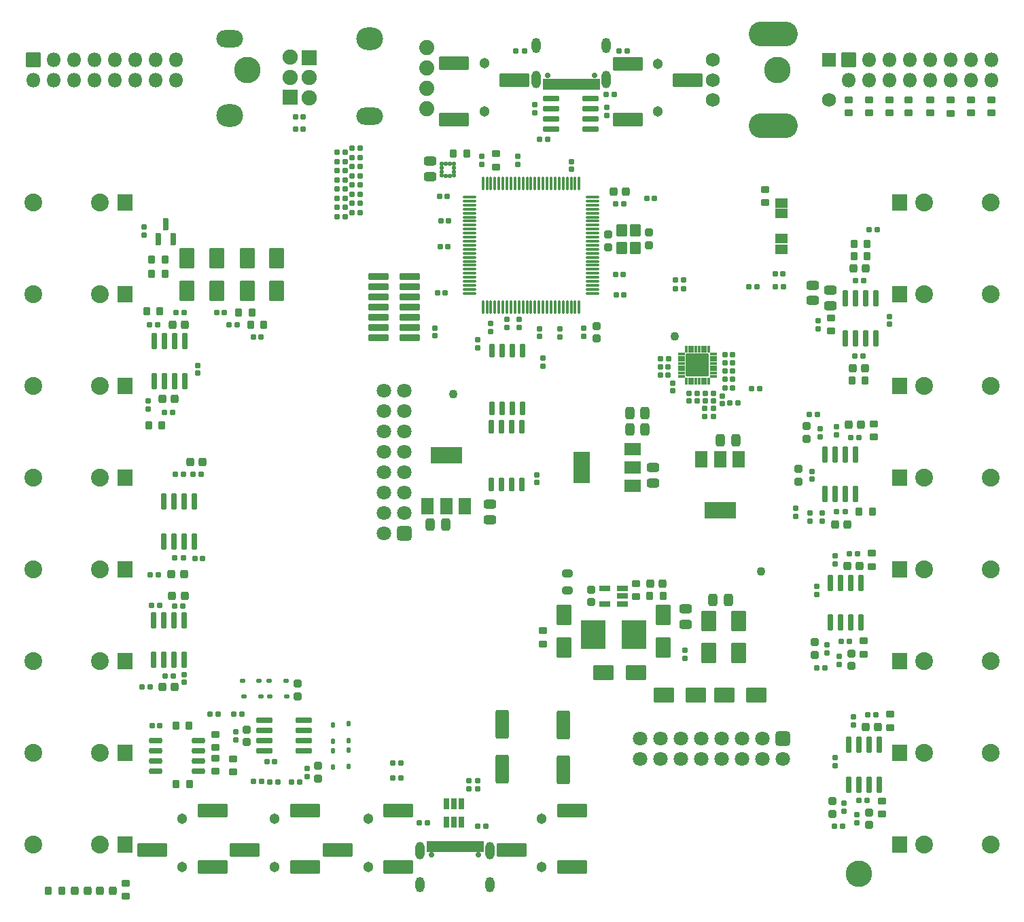
<source format=gbr>
%TF.GenerationSoftware,KiCad,Pcbnew,7.0.6*%
%TF.CreationDate,2024-06-29T14:20:42+02:00*%
%TF.ProjectId,plinkyblack_hwmidi_jacks,706c696e-6b79-4626-9c61-636b5f68776d,rev?*%
%TF.SameCoordinates,Original*%
%TF.FileFunction,Soldermask,Top*%
%TF.FilePolarity,Negative*%
%FSLAX46Y46*%
G04 Gerber Fmt 4.6, Leading zero omitted, Abs format (unit mm)*
G04 Created by KiCad (PCBNEW 7.0.6) date 2024-06-29 14:20:42*
%MOMM*%
%LPD*%
G01*
G04 APERTURE LIST*
G04 Aperture macros list*
%AMRoundRect*
0 Rectangle with rounded corners*
0 $1 Rounding radius*
0 $2 $3 $4 $5 $6 $7 $8 $9 X,Y pos of 4 corners*
0 Add a 4 corners polygon primitive as box body*
4,1,4,$2,$3,$4,$5,$6,$7,$8,$9,$2,$3,0*
0 Add four circle primitives for the rounded corners*
1,1,$1+$1,$2,$3*
1,1,$1+$1,$4,$5*
1,1,$1+$1,$6,$7*
1,1,$1+$1,$8,$9*
0 Add four rect primitives between the rounded corners*
20,1,$1+$1,$2,$3,$4,$5,0*
20,1,$1+$1,$4,$5,$6,$7,0*
20,1,$1+$1,$6,$7,$8,$9,0*
20,1,$1+$1,$8,$9,$2,$3,0*%
G04 Aperture macros list end*
%ADD10C,0.010000*%
%ADD11RoundRect,0.301000X0.250000X0.475000X-0.250000X0.475000X-0.250000X-0.475000X0.250000X-0.475000X0*%
%ADD12RoundRect,0.301000X-0.250000X-0.475000X0.250000X-0.475000X0.250000X0.475000X-0.250000X0.475000X0*%
%ADD13RoundRect,0.276000X-0.225000X-0.250000X0.225000X-0.250000X0.225000X0.250000X-0.225000X0.250000X0*%
%ADD14RoundRect,0.191000X-0.170000X0.140000X-0.170000X-0.140000X0.170000X-0.140000X0.170000X0.140000X0*%
%ADD15RoundRect,0.276000X0.225000X0.250000X-0.225000X0.250000X-0.225000X-0.250000X0.225000X-0.250000X0*%
%ADD16RoundRect,0.191000X0.140000X0.170000X-0.140000X0.170000X-0.140000X-0.170000X0.140000X-0.170000X0*%
%ADD17RoundRect,0.301000X-0.550000X1.500000X-0.550000X-1.500000X0.550000X-1.500000X0.550000X1.500000X0*%
%ADD18RoundRect,0.276000X0.250000X-0.225000X0.250000X0.225000X-0.250000X0.225000X-0.250000X-0.225000X0*%
%ADD19RoundRect,0.051000X0.915000X-0.965000X0.915000X0.965000X-0.915000X0.965000X-0.915000X-0.965000X0*%
%ADD20C,2.232000*%
%ADD21RoundRect,0.051000X-0.915000X0.965000X-0.915000X-0.965000X0.915000X-0.965000X0.915000X0.965000X0*%
%ADD22RoundRect,0.301000X-0.600000X0.600000X-0.600000X-0.600000X0.600000X-0.600000X0.600000X0.600000X0*%
%ADD23C,1.802000*%
%ADD24RoundRect,0.186000X-0.185000X0.135000X-0.185000X-0.135000X0.185000X-0.135000X0.185000X0.135000X0*%
%ADD25RoundRect,0.186000X-0.135000X-0.185000X0.135000X-0.185000X0.135000X0.185000X-0.135000X0.185000X0*%
%ADD26RoundRect,0.251000X0.275000X-0.200000X0.275000X0.200000X-0.275000X0.200000X-0.275000X-0.200000X0*%
%ADD27RoundRect,0.251000X0.200000X0.275000X-0.200000X0.275000X-0.200000X-0.275000X0.200000X-0.275000X0*%
%ADD28RoundRect,0.186000X0.135000X0.185000X-0.135000X0.185000X-0.135000X-0.185000X0.135000X-0.185000X0*%
%ADD29RoundRect,0.186000X0.185000X-0.135000X0.185000X0.135000X-0.185000X0.135000X-0.185000X-0.135000X0*%
%ADD30RoundRect,0.251000X-0.275000X0.200000X-0.275000X-0.200000X0.275000X-0.200000X0.275000X0.200000X0*%
%ADD31RoundRect,0.201000X-0.150000X0.825000X-0.150000X-0.825000X0.150000X-0.825000X0.150000X0.825000X0*%
%ADD32RoundRect,0.051000X0.750000X-1.000000X0.750000X1.000000X-0.750000X1.000000X-0.750000X-1.000000X0*%
%ADD33RoundRect,0.051000X1.900000X-1.000000X1.900000X1.000000X-1.900000X1.000000X-1.900000X-1.000000X0*%
%ADD34RoundRect,0.051000X-0.750000X1.000000X-0.750000X-1.000000X0.750000X-1.000000X0.750000X1.000000X0*%
%ADD35RoundRect,0.051000X-1.900000X1.000000X-1.900000X-1.000000X1.900000X-1.000000X1.900000X1.000000X0*%
%ADD36RoundRect,0.201000X0.150000X-0.825000X0.150000X0.825000X-0.150000X0.825000X-0.150000X-0.825000X0*%
%ADD37RoundRect,0.051000X0.850000X-0.850000X0.850000X0.850000X-0.850000X0.850000X-0.850000X-0.850000X0*%
%ADD38O,1.802000X1.802000*%
%ADD39RoundRect,0.191000X0.170000X-0.140000X0.170000X0.140000X-0.170000X0.140000X-0.170000X-0.140000X0*%
%ADD40O,3.342000X2.822000*%
%ADD41O,3.342001X2.134000*%
%ADD42RoundRect,0.051000X-0.900000X0.900000X-0.900000X-0.900000X0.900000X-0.900000X0.900000X0.900000X0*%
%ADD43C,1.902000*%
%ADD44RoundRect,0.191000X-0.140000X-0.170000X0.140000X-0.170000X0.140000X0.170000X-0.140000X0.170000X0*%
%ADD45RoundRect,0.301000X-0.475000X0.250000X-0.475000X-0.250000X0.475000X-0.250000X0.475000X0.250000X0*%
%ADD46RoundRect,0.276000X-0.250000X0.225000X-0.250000X-0.225000X0.250000X-0.225000X0.250000X0.225000X0*%
%ADD47RoundRect,0.051000X0.600000X-0.700000X0.600000X0.700000X-0.600000X0.700000X-0.600000X-0.700000X0*%
%ADD48RoundRect,0.201000X0.150000X-0.650000X0.150000X0.650000X-0.150000X0.650000X-0.150000X-0.650000X0*%
%ADD49RoundRect,0.126000X0.725000X0.075000X-0.725000X0.075000X-0.725000X-0.075000X0.725000X-0.075000X0*%
%ADD50RoundRect,0.126000X0.075000X0.725000X-0.075000X0.725000X-0.075000X-0.725000X0.075000X-0.725000X0*%
%ADD51RoundRect,0.051000X-1.200000X-0.370000X1.200000X-0.370000X1.200000X0.370000X-1.200000X0.370000X0*%
%ADD52RoundRect,0.269750X-0.381250X0.218750X-0.381250X-0.218750X0.381250X-0.218750X0.381250X0.218750X0*%
%ADD53RoundRect,0.301000X0.475000X-0.250000X0.475000X0.250000X-0.475000X0.250000X-0.475000X-0.250000X0*%
%ADD54RoundRect,0.301000X-0.650000X1.000000X-0.650000X-1.000000X0.650000X-1.000000X0.650000X1.000000X0*%
%ADD55RoundRect,0.301000X0.650000X-1.000000X0.650000X1.000000X-0.650000X1.000000X-0.650000X-1.000000X0*%
%ADD56RoundRect,0.051000X-1.500000X-1.750000X1.500000X-1.750000X1.500000X1.750000X-1.500000X1.750000X0*%
%ADD57RoundRect,0.201000X0.512500X0.150000X-0.512500X0.150000X-0.512500X-0.150000X0.512500X-0.150000X0*%
%ADD58RoundRect,0.201000X0.150000X-0.587500X0.150000X0.587500X-0.150000X0.587500X-0.150000X-0.587500X0*%
%ADD59RoundRect,0.201000X-0.150000X0.650000X-0.150000X-0.650000X0.150000X-0.650000X0.150000X0.650000X0*%
%ADD60RoundRect,0.051000X-0.750000X0.500000X-0.750000X-0.500000X0.750000X-0.500000X0.750000X0.500000X0*%
%ADD61RoundRect,0.301000X0.600000X0.600000X-0.600000X0.600000X-0.600000X-0.600000X0.600000X-0.600000X0*%
%ADD62C,1.880000*%
%ADD63RoundRect,0.051000X0.900000X-0.900000X0.900000X0.900000X-0.900000X0.900000X-0.900000X-0.900000X0*%
%ADD64RoundRect,0.201000X0.150000X-0.512500X0.150000X0.512500X-0.150000X0.512500X-0.150000X-0.512500X0*%
%ADD65RoundRect,0.251000X-0.200000X-0.275000X0.200000X-0.275000X0.200000X0.275000X-0.200000X0.275000X0*%
%ADD66C,3.302000*%
%ADD67RoundRect,0.051000X-0.825000X0.825000X-0.825000X-0.825000X0.825000X-0.825000X0.825000X0.825000X0*%
%ADD68C,1.752000*%
%ADD69O,6.102000X3.102000*%
%ADD70RoundRect,0.201000X0.825000X0.150000X-0.825000X0.150000X-0.825000X-0.150000X0.825000X-0.150000X0*%
%ADD71RoundRect,0.301000X-1.000000X-0.650000X1.000000X-0.650000X1.000000X0.650000X-1.000000X0.650000X0*%
%ADD72RoundRect,0.051000X0.187500X0.175000X-0.187500X0.175000X-0.187500X-0.175000X0.187500X-0.175000X0*%
%ADD73RoundRect,0.051000X-0.175000X0.187500X-0.175000X-0.187500X0.175000X-0.187500X0.175000X0.187500X0*%
%ADD74RoundRect,0.163500X-0.187500X-0.112500X0.187500X-0.112500X0.187500X0.112500X-0.187500X0.112500X0*%
%ADD75RoundRect,0.163500X0.187500X0.112500X-0.187500X0.112500X-0.187500X-0.112500X0.187500X-0.112500X0*%
%ADD76RoundRect,0.163500X0.112500X-0.187500X0.112500X0.187500X-0.112500X0.187500X-0.112500X-0.187500X0*%
%ADD77RoundRect,0.163500X-0.112500X0.187500X-0.112500X-0.187500X0.112500X-0.187500X0.112500X0.187500X0*%
%ADD78C,1.302000*%
%ADD79RoundRect,0.101600X1.750000X-0.750000X1.750000X0.750000X-1.750000X0.750000X-1.750000X-0.750000X0*%
%ADD80RoundRect,0.201000X0.625000X0.150000X-0.625000X0.150000X-0.625000X-0.150000X0.625000X-0.150000X0*%
%ADD81C,0.702000*%
%ADD82O,1.104000X2.204000*%
%ADD83O,1.104000X1.904000*%
%ADD84RoundRect,0.051000X1.000000X0.750000X-1.000000X0.750000X-1.000000X-0.750000X1.000000X-0.750000X0*%
%ADD85RoundRect,0.051000X1.000000X1.900000X-1.000000X1.900000X-1.000000X-1.900000X1.000000X-1.900000X0*%
%ADD86RoundRect,0.101600X-1.750000X0.750000X-1.750000X-0.750000X1.750000X-0.750000X1.750000X0.750000X0*%
%ADD87RoundRect,0.051000X0.400000X-0.100000X0.400000X0.100000X-0.400000X0.100000X-0.400000X-0.100000X0*%
%ADD88RoundRect,0.051000X-0.100000X-0.400000X0.100000X-0.400000X0.100000X0.400000X-0.100000X0.400000X0*%
%ADD89RoundRect,0.051000X-1.375000X-1.375000X1.375000X-1.375000X1.375000X1.375000X-1.375000X1.375000X0*%
%ADD90RoundRect,0.301000X1.000000X0.650000X-1.000000X0.650000X-1.000000X-0.650000X1.000000X-0.650000X0*%
%ADD91C,1.102000*%
%ADD92RoundRect,0.269750X0.218750X0.256250X-0.218750X0.256250X-0.218750X-0.256250X0.218750X-0.256250X0*%
%ADD93RoundRect,0.269750X-0.218750X-0.256250X0.218750X-0.256250X0.218750X0.256250X-0.218750X0.256250X0*%
G04 APERTURE END LIST*
%TO.C,U19*%
D10*
X87095928Y-32862273D02*
X86395928Y-32862273D01*
X86395928Y-31622273D01*
X87095928Y-31622273D01*
X87095928Y-32862273D01*
G36*
X87095928Y-32862273D02*
G01*
X86395928Y-32862273D01*
X86395928Y-31622273D01*
X87095928Y-31622273D01*
X87095928Y-32862273D01*
G37*
X86295928Y-32862273D02*
X85595928Y-32862273D01*
X85595928Y-31622273D01*
X86295928Y-31622273D01*
X86295928Y-32862273D01*
G36*
X86295928Y-32862273D02*
G01*
X85595928Y-32862273D01*
X85595928Y-31622273D01*
X86295928Y-31622273D01*
X86295928Y-32862273D01*
G37*
X85495928Y-32862273D02*
X85095928Y-32862273D01*
X85095928Y-31622273D01*
X85495928Y-31622273D01*
X85495928Y-32862273D01*
G36*
X85495928Y-32862273D02*
G01*
X85095928Y-32862273D01*
X85095928Y-31622273D01*
X85495928Y-31622273D01*
X85495928Y-32862273D01*
G37*
X84995928Y-32862273D02*
X84595928Y-32862273D01*
X84595928Y-31622273D01*
X84995928Y-31622273D01*
X84995928Y-32862273D01*
G36*
X84995928Y-32862273D02*
G01*
X84595928Y-32862273D01*
X84595928Y-31622273D01*
X84995928Y-31622273D01*
X84995928Y-32862273D01*
G37*
X84495928Y-32862273D02*
X84095928Y-32862273D01*
X84095928Y-31622273D01*
X84495928Y-31622273D01*
X84495928Y-32862273D01*
G36*
X84495928Y-32862273D02*
G01*
X84095928Y-32862273D01*
X84095928Y-31622273D01*
X84495928Y-31622273D01*
X84495928Y-32862273D01*
G37*
X83995928Y-32862273D02*
X83595928Y-32862273D01*
X83595928Y-31622273D01*
X83995928Y-31622273D01*
X83995928Y-32862273D01*
G36*
X83995928Y-32862273D02*
G01*
X83595928Y-32862273D01*
X83595928Y-31622273D01*
X83995928Y-31622273D01*
X83995928Y-32862273D01*
G37*
X83495928Y-32862273D02*
X83095928Y-32862273D01*
X83095928Y-31622273D01*
X83495928Y-31622273D01*
X83495928Y-32862273D01*
G36*
X83495928Y-32862273D02*
G01*
X83095928Y-32862273D01*
X83095928Y-31622273D01*
X83495928Y-31622273D01*
X83495928Y-32862273D01*
G37*
X82995928Y-32862273D02*
X82595928Y-32862273D01*
X82595928Y-31622273D01*
X82995928Y-31622273D01*
X82995928Y-32862273D01*
G36*
X82995928Y-32862273D02*
G01*
X82595928Y-32862273D01*
X82595928Y-31622273D01*
X82995928Y-31622273D01*
X82995928Y-32862273D01*
G37*
X82495928Y-32862273D02*
X82095928Y-32862273D01*
X82095928Y-31622273D01*
X82495928Y-31622273D01*
X82495928Y-32862273D01*
G36*
X82495928Y-32862273D02*
G01*
X82095928Y-32862273D01*
X82095928Y-31622273D01*
X82495928Y-31622273D01*
X82495928Y-32862273D01*
G37*
X81995928Y-32862273D02*
X81595928Y-32862273D01*
X81595928Y-31622273D01*
X81995928Y-31622273D01*
X81995928Y-32862273D01*
G36*
X81995928Y-32862273D02*
G01*
X81595928Y-32862273D01*
X81595928Y-31622273D01*
X81995928Y-31622273D01*
X81995928Y-32862273D01*
G37*
X81495928Y-32862273D02*
X80795928Y-32862273D01*
X80795928Y-31622273D01*
X81495928Y-31622273D01*
X81495928Y-32862273D01*
G36*
X81495928Y-32862273D02*
G01*
X80795928Y-32862273D01*
X80795928Y-31622273D01*
X81495928Y-31622273D01*
X81495928Y-32862273D01*
G37*
X80695928Y-32862273D02*
X79995928Y-32862273D01*
X79995928Y-31622273D01*
X80695928Y-31622273D01*
X80695928Y-32862273D01*
G36*
X80695928Y-32862273D02*
G01*
X79995928Y-32862273D01*
X79995928Y-31622273D01*
X80695928Y-31622273D01*
X80695928Y-32862273D01*
G37*
%TO.C,U20*%
X66221311Y-127874022D02*
X65521311Y-127874022D01*
X65521311Y-126634022D01*
X66221311Y-126634022D01*
X66221311Y-127874022D01*
G36*
X66221311Y-127874022D02*
G01*
X65521311Y-127874022D01*
X65521311Y-126634022D01*
X66221311Y-126634022D01*
X66221311Y-127874022D01*
G37*
X67021311Y-127874022D02*
X66321311Y-127874022D01*
X66321311Y-126634022D01*
X67021311Y-126634022D01*
X67021311Y-127874022D01*
G36*
X67021311Y-127874022D02*
G01*
X66321311Y-127874022D01*
X66321311Y-126634022D01*
X67021311Y-126634022D01*
X67021311Y-127874022D01*
G37*
X67521311Y-127874022D02*
X67121311Y-127874022D01*
X67121311Y-126634022D01*
X67521311Y-126634022D01*
X67521311Y-127874022D01*
G36*
X67521311Y-127874022D02*
G01*
X67121311Y-127874022D01*
X67121311Y-126634022D01*
X67521311Y-126634022D01*
X67521311Y-127874022D01*
G37*
X68021311Y-127874022D02*
X67621311Y-127874022D01*
X67621311Y-126634022D01*
X68021311Y-126634022D01*
X68021311Y-127874022D01*
G36*
X68021311Y-127874022D02*
G01*
X67621311Y-127874022D01*
X67621311Y-126634022D01*
X68021311Y-126634022D01*
X68021311Y-127874022D01*
G37*
X68521311Y-127874022D02*
X68121311Y-127874022D01*
X68121311Y-126634022D01*
X68521311Y-126634022D01*
X68521311Y-127874022D01*
G36*
X68521311Y-127874022D02*
G01*
X68121311Y-127874022D01*
X68121311Y-126634022D01*
X68521311Y-126634022D01*
X68521311Y-127874022D01*
G37*
X69021311Y-127874022D02*
X68621311Y-127874022D01*
X68621311Y-126634022D01*
X69021311Y-126634022D01*
X69021311Y-127874022D01*
G36*
X69021311Y-127874022D02*
G01*
X68621311Y-127874022D01*
X68621311Y-126634022D01*
X69021311Y-126634022D01*
X69021311Y-127874022D01*
G37*
X69521311Y-127874022D02*
X69121311Y-127874022D01*
X69121311Y-126634022D01*
X69521311Y-126634022D01*
X69521311Y-127874022D01*
G36*
X69521311Y-127874022D02*
G01*
X69121311Y-127874022D01*
X69121311Y-126634022D01*
X69521311Y-126634022D01*
X69521311Y-127874022D01*
G37*
X70021311Y-127874022D02*
X69621311Y-127874022D01*
X69621311Y-126634022D01*
X70021311Y-126634022D01*
X70021311Y-127874022D01*
G36*
X70021311Y-127874022D02*
G01*
X69621311Y-127874022D01*
X69621311Y-126634022D01*
X70021311Y-126634022D01*
X70021311Y-127874022D01*
G37*
X70521311Y-127874022D02*
X70121311Y-127874022D01*
X70121311Y-126634022D01*
X70521311Y-126634022D01*
X70521311Y-127874022D01*
G36*
X70521311Y-127874022D02*
G01*
X70121311Y-127874022D01*
X70121311Y-126634022D01*
X70521311Y-126634022D01*
X70521311Y-127874022D01*
G37*
X71021311Y-127874022D02*
X70621311Y-127874022D01*
X70621311Y-126634022D01*
X71021311Y-126634022D01*
X71021311Y-127874022D01*
G36*
X71021311Y-127874022D02*
G01*
X70621311Y-127874022D01*
X70621311Y-126634022D01*
X71021311Y-126634022D01*
X71021311Y-127874022D01*
G37*
X71821311Y-127874022D02*
X71121311Y-127874022D01*
X71121311Y-126634022D01*
X71821311Y-126634022D01*
X71821311Y-127874022D01*
G36*
X71821311Y-127874022D02*
G01*
X71121311Y-127874022D01*
X71121311Y-126634022D01*
X71821311Y-126634022D01*
X71821311Y-127874022D01*
G37*
X72621311Y-127874022D02*
X71921311Y-127874022D01*
X71921311Y-126634022D01*
X72621311Y-126634022D01*
X72621311Y-127874022D01*
G36*
X72621311Y-127874022D02*
G01*
X71921311Y-127874022D01*
X71921311Y-126634022D01*
X72621311Y-126634022D01*
X72621311Y-127874022D01*
G37*
%TD*%
D11*
%TO.C,C9*%
X67904400Y-87147400D03*
X66004400Y-87147400D03*
%TD*%
D12*
%TO.C,C10*%
X102161300Y-76619100D03*
X104061300Y-76619100D03*
%TD*%
D13*
%TO.C,C20*%
X118605000Y-67691000D03*
X120155000Y-67691000D03*
%TD*%
%TO.C,C21*%
X118732000Y-55245000D03*
X120282000Y-55245000D03*
%TD*%
D14*
%TO.C,C25*%
X114173000Y-94897000D03*
X114173000Y-95857000D03*
%TD*%
D15*
%TO.C,C38*%
X37619519Y-79408918D03*
X36069519Y-79408918D03*
%TD*%
%TO.C,C39*%
X35300081Y-93377518D03*
X33750081Y-93377518D03*
%TD*%
D16*
%TO.C,C40*%
X37610793Y-91356981D03*
X36650793Y-91356981D03*
%TD*%
D17*
%TO.C,C43*%
X74930000Y-112008000D03*
X74930000Y-117608000D03*
%TD*%
D18*
%TO.C,C44*%
X116078000Y-123203000D03*
X116078000Y-121653000D03*
%TD*%
%TO.C,C45*%
X113919000Y-103391000D03*
X113919000Y-101841000D03*
%TD*%
%TO.C,C47*%
X118491000Y-104788000D03*
X118491000Y-103238000D03*
%TD*%
D14*
%TO.C,C50*%
X116459000Y-116233000D03*
X116459000Y-117193000D03*
%TD*%
D19*
%TO.C,J4*%
X27940000Y-115570000D03*
D20*
X16540000Y-115570000D03*
X24840000Y-115570000D03*
%TD*%
D21*
%TO.C,J6*%
X124460000Y-46990000D03*
D20*
X135860000Y-46990000D03*
X127560000Y-46990000D03*
%TD*%
D21*
%TO.C,J7*%
X124460000Y-58420000D03*
D20*
X135860000Y-58420000D03*
X127560000Y-58420000D03*
%TD*%
D19*
%TO.C,J8*%
X27940000Y-81280000D03*
D20*
X16540000Y-81280000D03*
X24840000Y-81280000D03*
%TD*%
D19*
%TO.C,J9*%
X27940000Y-92710000D03*
D20*
X16540000Y-92710000D03*
X24840000Y-92710000D03*
%TD*%
D21*
%TO.C,J15*%
X124460000Y-104140000D03*
D20*
X135860000Y-104140000D03*
X127560000Y-104140000D03*
%TD*%
D21*
%TO.C,J17*%
X124460000Y-92710000D03*
D20*
X135860000Y-92710000D03*
X127560000Y-92710000D03*
%TD*%
D22*
%TO.C,JP1*%
X109918500Y-113792000D03*
D23*
X109918500Y-116332000D03*
X107378500Y-113792000D03*
X107378500Y-116332000D03*
X104838500Y-113792000D03*
X104838500Y-116332000D03*
X102298500Y-113792000D03*
X102298500Y-116332000D03*
X99758500Y-113792000D03*
X99758500Y-116332000D03*
X97218500Y-113792000D03*
X97218500Y-116332000D03*
X94678500Y-113792000D03*
X94678500Y-116332000D03*
X92138500Y-113792000D03*
X92138500Y-116332000D03*
%TD*%
D24*
%TO.C,R14*%
X114300000Y-61720000D03*
X114300000Y-62740000D03*
%TD*%
D25*
%TO.C,R15*%
X120648000Y-50419000D03*
X121668000Y-50419000D03*
%TD*%
D26*
%TO.C,R16*%
X115951000Y-63055000D03*
X115951000Y-61405000D03*
%TD*%
D25*
%TO.C,R18*%
X118870000Y-66167000D03*
X119890000Y-66167000D03*
%TD*%
%TO.C,R19*%
X118972000Y-56769000D03*
X119992000Y-56769000D03*
%TD*%
D27*
%TO.C,R20*%
X120205000Y-69215000D03*
X118555000Y-69215000D03*
%TD*%
D28*
%TO.C,R26*%
X35272794Y-80892769D03*
X34252794Y-80892769D03*
%TD*%
%TO.C,R27*%
X32073622Y-93463835D03*
X31053622Y-93463835D03*
%TD*%
%TO.C,R30*%
X37418947Y-80890763D03*
X36398947Y-80890763D03*
%TD*%
%TO.C,R31*%
X35202516Y-91312482D03*
X34182516Y-91312482D03*
%TD*%
D24*
%TO.C,R33*%
X70776374Y-119067312D03*
X70776374Y-120087312D03*
%TD*%
%TO.C,R42*%
X117551000Y-121893000D03*
X117551000Y-122913000D03*
%TD*%
D28*
%TO.C,R43*%
X115191000Y-105029000D03*
X114171000Y-105029000D03*
%TD*%
%TO.C,R44*%
X117350000Y-124714000D03*
X116330000Y-124714000D03*
%TD*%
D25*
%TO.C,R45*%
X119429000Y-121539000D03*
X120449000Y-121539000D03*
%TD*%
D24*
%TO.C,R46*%
X115443000Y-102106000D03*
X115443000Y-103126000D03*
%TD*%
D25*
%TO.C,R47*%
X117219000Y-101727000D03*
X118239000Y-101727000D03*
%TD*%
D29*
%TO.C,R48*%
X118745000Y-112143000D03*
X118745000Y-111123000D03*
%TD*%
%TO.C,R49*%
X116459000Y-92077000D03*
X116459000Y-91057000D03*
%TD*%
D28*
%TO.C,R50*%
X121541000Y-110871000D03*
X120521000Y-110871000D03*
%TD*%
D26*
%TO.C,R52*%
X122301000Y-123253000D03*
X122301000Y-121603000D03*
%TD*%
%TO.C,R53*%
X120015000Y-103314000D03*
X120015000Y-101664000D03*
%TD*%
D30*
%TO.C,R54*%
X123317000Y-110808000D03*
X123317000Y-112458000D03*
%TD*%
%TO.C,R55*%
X121031000Y-90716500D03*
X121031000Y-92366500D03*
%TD*%
D31*
%TO.C,U1*%
X36601834Y-84293010D03*
X35331834Y-84293010D03*
X34061834Y-84293010D03*
X32791834Y-84293010D03*
X32791834Y-89243010D03*
X34061834Y-89243010D03*
X35331834Y-89243010D03*
X36601834Y-89243010D03*
%TD*%
D32*
%TO.C,U2*%
X65670400Y-84836400D03*
X67970400Y-84836400D03*
D33*
X67970400Y-78536400D03*
D32*
X70270400Y-84836400D03*
%TD*%
D34*
%TO.C,U3*%
X104395300Y-79057100D03*
X102095300Y-79057100D03*
D35*
X102095300Y-85357100D03*
D34*
X99795300Y-79057100D03*
%TD*%
D36*
%TO.C,U5*%
X117729000Y-63943000D03*
X118999000Y-63943000D03*
X120269000Y-63943000D03*
X121539000Y-63943000D03*
X121539000Y-58993000D03*
X120269000Y-58993000D03*
X118999000Y-58993000D03*
X117729000Y-58993000D03*
%TD*%
D31*
%TO.C,U10*%
X119634000Y-94426000D03*
X118364000Y-94426000D03*
X117094000Y-94426000D03*
X115824000Y-94426000D03*
X115824000Y-99376000D03*
X117094000Y-99376000D03*
X118364000Y-99376000D03*
X119634000Y-99376000D03*
%TD*%
%TO.C,U11*%
X121920000Y-114619000D03*
X120650000Y-114619000D03*
X119380000Y-114619000D03*
X118110000Y-114619000D03*
X118110000Y-119569000D03*
X119380000Y-119569000D03*
X120650000Y-119569000D03*
X121920000Y-119569000D03*
%TD*%
D37*
%TO.C,J12*%
X118110000Y-29210000D03*
D38*
X118110000Y-31750000D03*
X120650000Y-29210000D03*
X120650000Y-31750000D03*
X123190000Y-29210000D03*
X123190000Y-31750000D03*
X125730000Y-29210000D03*
X125730000Y-31750000D03*
X128270000Y-29210000D03*
X128270000Y-31750000D03*
X130810000Y-29210000D03*
X130810000Y-31750000D03*
X133350000Y-29210000D03*
X133350000Y-31750000D03*
X135890000Y-29210000D03*
X135890000Y-31750000D03*
%TD*%
D19*
%TO.C,J3*%
X27940000Y-104140000D03*
D20*
X16540000Y-104140000D03*
X24840000Y-104140000D03*
%TD*%
D21*
%TO.C,J14*%
X124460000Y-127000000D03*
D20*
X135860000Y-127000000D03*
X127560000Y-127000000D03*
%TD*%
D15*
%TO.C,C48*%
X121806000Y-112395000D03*
X120256000Y-112395000D03*
%TD*%
D39*
%TO.C,C51*%
X123190000Y-62202000D03*
X123190000Y-61242000D03*
%TD*%
D40*
%TO.C,RV1*%
X41014000Y-36209000D03*
D41*
X41014000Y-26609000D03*
D42*
X48514000Y-33909000D03*
D43*
X48514000Y-31409000D03*
X48514000Y-28909000D03*
%TD*%
D26*
%TO.C,R58*%
X118110000Y-35877000D03*
X118110000Y-34227000D03*
%TD*%
%TO.C,R59*%
X120650000Y-35877000D03*
X120650000Y-34227000D03*
%TD*%
%TO.C,R60*%
X123190000Y-35877000D03*
X123190000Y-34227000D03*
%TD*%
%TO.C,R61*%
X125603000Y-35877000D03*
X125603000Y-34227000D03*
%TD*%
%TO.C,R62*%
X128270000Y-35877000D03*
X128270000Y-34227000D03*
%TD*%
%TO.C,R63*%
X130810000Y-35902000D03*
X130810000Y-34252000D03*
%TD*%
%TO.C,R64*%
X133350000Y-35877000D03*
X133350000Y-34227000D03*
%TD*%
%TO.C,R65*%
X135890000Y-35877000D03*
X135890000Y-34227000D03*
%TD*%
D28*
%TO.C,R12*%
X33938107Y-105996078D03*
X32918107Y-105996078D03*
%TD*%
%TO.C,R11*%
X35157191Y-97358739D03*
X34137191Y-97358739D03*
%TD*%
%TO.C,R5*%
X31084932Y-107396728D03*
X30064932Y-107396728D03*
%TD*%
%TO.C,R4*%
X32252140Y-97229049D03*
X31232140Y-97229049D03*
%TD*%
D15*
%TO.C,C8*%
X34151231Y-107422665D03*
X32601231Y-107422665D03*
%TD*%
%TO.C,C7*%
X35396253Y-96087779D03*
X33846253Y-96087779D03*
%TD*%
D39*
%TO.C,C1*%
X35357394Y-106835759D03*
X35357394Y-105875759D03*
%TD*%
D31*
%TO.C,U9*%
X35359045Y-99085688D03*
X34089045Y-99085688D03*
X32819045Y-99085688D03*
X31549045Y-99085688D03*
X31549045Y-104035688D03*
X32819045Y-104035688D03*
X34089045Y-104035688D03*
X35359045Y-104035688D03*
%TD*%
D29*
%TO.C,R66*%
X119126000Y-124335000D03*
X119126000Y-123315000D03*
%TD*%
%TO.C,R67*%
X116967000Y-104586500D03*
X116967000Y-103566500D03*
%TD*%
D18*
%TO.C,C46*%
X120650000Y-124600000D03*
X120650000Y-123050000D03*
%TD*%
D44*
%TO.C,C34*%
X92992000Y-46482000D03*
X93952000Y-46482000D03*
%TD*%
D19*
%TO.C,J10*%
X27940000Y-127000000D03*
D20*
X16540000Y-127000000D03*
X24840000Y-127000000D03*
%TD*%
D19*
%TO.C,J11*%
X27940000Y-46990000D03*
D20*
X16540000Y-46990000D03*
X24840000Y-46990000D03*
%TD*%
D21*
%TO.C,J22*%
X124460000Y-69850000D03*
D20*
X135860000Y-69850000D03*
X127560000Y-69850000D03*
%TD*%
D21*
%TO.C,J23*%
X124460000Y-81280000D03*
D20*
X135860000Y-81280000D03*
X127560000Y-81280000D03*
%TD*%
D27*
%TO.C,R24*%
X45275000Y-62230000D03*
X43625000Y-62230000D03*
%TD*%
D28*
%TO.C,R28*%
X41912000Y-62230000D03*
X40892000Y-62230000D03*
%TD*%
D27*
%TO.C,R29*%
X43776400Y-60706000D03*
X42126400Y-60706000D03*
%TD*%
D28*
%TO.C,R35*%
X97538000Y-56642000D03*
X96518000Y-56642000D03*
%TD*%
D30*
%TO.C,R91*%
X121285000Y-74613000D03*
X121285000Y-76263000D03*
%TD*%
D21*
%TO.C,J16*%
X124460000Y-115570000D03*
D20*
X135860000Y-115570000D03*
X127560000Y-115570000D03*
%TD*%
D17*
%TO.C,C42*%
X82550000Y-112135000D03*
X82550000Y-117735000D03*
%TD*%
D28*
%TO.C,R22*%
X39551201Y-110771003D03*
X38531201Y-110771003D03*
%TD*%
D11*
%TO.C,C26*%
X92771000Y-75311000D03*
X90871000Y-75311000D03*
%TD*%
%TO.C,C30*%
X92771000Y-73279000D03*
X90871000Y-73279000D03*
%TD*%
D45*
%TO.C,C2*%
X73406000Y-84648000D03*
X73406000Y-86548000D03*
%TD*%
D18*
%TO.C,C15*%
X49445233Y-108542946D03*
X49445233Y-106992946D03*
%TD*%
D44*
%TO.C,C35*%
X39398000Y-60706000D03*
X40358000Y-60706000D03*
%TD*%
D13*
%TO.C,C62*%
X118097000Y-74739500D03*
X119647000Y-74739500D03*
%TD*%
D37*
%TO.C,J13*%
X16510000Y-29210000D03*
D38*
X16510000Y-31750000D03*
X19050000Y-29210000D03*
X19050000Y-31750000D03*
X21590000Y-29210000D03*
X21590000Y-31750000D03*
X24130000Y-29210000D03*
X24130000Y-31750000D03*
X26670000Y-29210000D03*
X26670000Y-31750000D03*
X29210000Y-29210000D03*
X29210000Y-31750000D03*
X31750000Y-29210000D03*
X31750000Y-31750000D03*
X34290000Y-29210000D03*
X34290000Y-31750000D03*
%TD*%
D28*
%TO.C,R41*%
X57279000Y-48260000D03*
X56259000Y-48260000D03*
%TD*%
%TO.C,R71*%
X57279000Y-43688000D03*
X56259000Y-43688000D03*
%TD*%
%TO.C,R68*%
X57279000Y-47117000D03*
X56259000Y-47117000D03*
%TD*%
%TO.C,R73*%
X57279000Y-41402000D03*
X56259000Y-41402000D03*
%TD*%
%TO.C,R72*%
X57279000Y-42545000D03*
X56259000Y-42545000D03*
%TD*%
D25*
%TO.C,R81*%
X54354000Y-41910000D03*
X55374000Y-41910000D03*
%TD*%
D28*
%TO.C,R69*%
X57279000Y-45974000D03*
X56259000Y-45974000D03*
%TD*%
D25*
%TO.C,R75*%
X54354000Y-48768000D03*
X55374000Y-48768000D03*
%TD*%
%TO.C,R76*%
X54354000Y-47625000D03*
X55374000Y-47625000D03*
%TD*%
%TO.C,R79*%
X54354000Y-44196000D03*
X55374000Y-44196000D03*
%TD*%
%TO.C,R82*%
X54354000Y-40767000D03*
X55374000Y-40767000D03*
%TD*%
%TO.C,R78*%
X54377000Y-45339000D03*
X55397000Y-45339000D03*
%TD*%
%TO.C,R80*%
X54354000Y-43053000D03*
X55374000Y-43053000D03*
%TD*%
D28*
%TO.C,R70*%
X57279000Y-44831000D03*
X56259000Y-44831000D03*
%TD*%
%TO.C,R74*%
X57279000Y-40259000D03*
X56259000Y-40259000D03*
%TD*%
D25*
%TO.C,R77*%
X54377000Y-46482000D03*
X55397000Y-46482000D03*
%TD*%
D27*
%TO.C,R21*%
X120459000Y-53721000D03*
X118809000Y-53721000D03*
%TD*%
D44*
%TO.C,C18*%
X89055000Y-56007000D03*
X90015000Y-56007000D03*
%TD*%
D18*
%TO.C,C12*%
X93218000Y-52337000D03*
X93218000Y-50787000D03*
%TD*%
D39*
%TO.C,C19*%
X83600000Y-42880000D03*
X83600000Y-41920000D03*
%TD*%
%TO.C,C22*%
X72390000Y-42263000D03*
X72390000Y-41303000D03*
%TD*%
D16*
%TO.C,C23*%
X67853500Y-58318400D03*
X66893500Y-58318400D03*
%TD*%
D46*
%TO.C,C24*%
X86741000Y-62432900D03*
X86741000Y-63982900D03*
%TD*%
D24*
%TO.C,R34*%
X82169000Y-62736000D03*
X82169000Y-63756000D03*
%TD*%
D30*
%TO.C,R38*%
X74168000Y-40958000D03*
X74168000Y-42608000D03*
%TD*%
D27*
%TO.C,R39*%
X70548000Y-40894000D03*
X68898000Y-40894000D03*
%TD*%
D16*
%TO.C,C36*%
X90142000Y-58521600D03*
X89182000Y-58521600D03*
%TD*%
D47*
%TO.C,Y1*%
X91528000Y-52662000D03*
X91528000Y-50462000D03*
X89828000Y-50462000D03*
X89828000Y-52662000D03*
%TD*%
D14*
%TO.C,C37*%
X76936600Y-41303000D03*
X76936600Y-42263000D03*
%TD*%
D39*
%TO.C,C59*%
X73533000Y-63091000D03*
X73533000Y-62131000D03*
%TD*%
D44*
%TO.C,C54*%
X89118500Y-47205900D03*
X90078500Y-47205900D03*
%TD*%
D39*
%TO.C,C56*%
X79629000Y-63726000D03*
X79629000Y-62766000D03*
%TD*%
D44*
%TO.C,C52*%
X67312600Y-49326800D03*
X68272600Y-49326800D03*
%TD*%
D14*
%TO.C,C53*%
X85090000Y-62727900D03*
X85090000Y-63687900D03*
%TD*%
D44*
%TO.C,C57*%
X67160200Y-46278800D03*
X68120200Y-46278800D03*
%TD*%
%TO.C,C58*%
X67261800Y-52527200D03*
X68221800Y-52527200D03*
%TD*%
D48*
%TO.C,U12*%
X73660000Y-72688000D03*
X74930000Y-72688000D03*
X76200000Y-72688000D03*
X77470000Y-72688000D03*
X77470000Y-65488000D03*
X76200000Y-65488000D03*
X74930000Y-65488000D03*
X73660000Y-65488000D03*
%TD*%
D39*
%TO.C,C16*%
X71882000Y-65123000D03*
X71882000Y-64163000D03*
%TD*%
D49*
%TO.C,U4*%
X86224500Y-58349400D03*
X86224500Y-57849400D03*
X86224500Y-57349400D03*
X86224500Y-56849400D03*
X86224500Y-56349400D03*
X86224500Y-55849400D03*
X86224500Y-55349400D03*
X86224500Y-54849400D03*
X86224500Y-54349400D03*
X86224500Y-53849400D03*
X86224500Y-53349400D03*
X86224500Y-52849400D03*
X86224500Y-52349400D03*
X86224500Y-51849400D03*
X86224500Y-51349400D03*
X86224500Y-50849400D03*
X86224500Y-50349400D03*
X86224500Y-49849400D03*
X86224500Y-49349400D03*
X86224500Y-48849400D03*
X86224500Y-48349400D03*
X86224500Y-47849400D03*
X86224500Y-47349400D03*
X86224500Y-46849400D03*
X86224500Y-46349400D03*
D50*
X84549500Y-44674400D03*
X84049500Y-44674400D03*
X83549500Y-44674400D03*
X83049500Y-44674400D03*
X82549500Y-44674400D03*
X82049500Y-44674400D03*
X81549500Y-44674400D03*
X81049500Y-44674400D03*
X80549500Y-44674400D03*
X80049500Y-44674400D03*
X79549500Y-44674400D03*
X79049500Y-44674400D03*
X78549500Y-44674400D03*
X78049500Y-44674400D03*
X77549500Y-44674400D03*
X77049500Y-44674400D03*
X76549500Y-44674400D03*
X76049500Y-44674400D03*
X75549500Y-44674400D03*
X75049500Y-44674400D03*
X74549500Y-44674400D03*
X74049500Y-44674400D03*
X73549500Y-44674400D03*
X73049500Y-44674400D03*
X72549500Y-44674400D03*
D49*
X70874500Y-46349400D03*
X70874500Y-46849400D03*
X70874500Y-47349400D03*
X70874500Y-47849400D03*
X70874500Y-48349400D03*
X70874500Y-48849400D03*
X70874500Y-49349400D03*
X70874500Y-49849400D03*
X70874500Y-50349400D03*
X70874500Y-50849400D03*
X70874500Y-51349400D03*
X70874500Y-51849400D03*
X70874500Y-52349400D03*
X70874500Y-52849400D03*
X70874500Y-53349400D03*
X70874500Y-53849400D03*
X70874500Y-54349400D03*
X70874500Y-54849400D03*
X70874500Y-55349400D03*
X70874500Y-55849400D03*
X70874500Y-56349400D03*
X70874500Y-56849400D03*
X70874500Y-57349400D03*
X70874500Y-57849400D03*
X70874500Y-58349400D03*
D50*
X72549500Y-60024400D03*
X73049500Y-60024400D03*
X73549500Y-60024400D03*
X74049500Y-60024400D03*
X74549500Y-60024400D03*
X75049500Y-60024400D03*
X75549500Y-60024400D03*
X76049500Y-60024400D03*
X76549500Y-60024400D03*
X77049500Y-60024400D03*
X77549500Y-60024400D03*
X78049500Y-60024400D03*
X78549500Y-60024400D03*
X79049500Y-60024400D03*
X79549500Y-60024400D03*
X80049500Y-60024400D03*
X80549500Y-60024400D03*
X81049500Y-60024400D03*
X81549500Y-60024400D03*
X82049500Y-60024400D03*
X82549500Y-60024400D03*
X83049500Y-60024400D03*
X83549500Y-60024400D03*
X84049500Y-60024400D03*
X84549500Y-60024400D03*
%TD*%
D46*
%TO.C,C60*%
X112903000Y-74917000D03*
X112903000Y-76467000D03*
%TD*%
D13*
%TO.C,C63*%
X116446000Y-87122000D03*
X117996000Y-87122000D03*
%TD*%
D46*
%TO.C,C61*%
X111887000Y-80251000D03*
X111887000Y-81801000D03*
%TD*%
D14*
%TO.C,C64*%
X113538000Y-80546000D03*
X113538000Y-81506000D03*
%TD*%
D28*
%TO.C,R83*%
X114238000Y-73406000D03*
X113218000Y-73406000D03*
%TD*%
D27*
%TO.C,R92*%
X121094000Y-85534500D03*
X119444000Y-85534500D03*
%TD*%
D25*
%TO.C,R89*%
X116648000Y-85534500D03*
X117668000Y-85534500D03*
%TD*%
D31*
%TO.C,U7*%
X118999000Y-78424000D03*
X117729000Y-78424000D03*
X116459000Y-78424000D03*
X115189000Y-78424000D03*
X115189000Y-83374000D03*
X116459000Y-83374000D03*
X117729000Y-83374000D03*
X118999000Y-83374000D03*
%TD*%
D25*
%TO.C,R90*%
X118388000Y-76327000D03*
X119408000Y-76327000D03*
%TD*%
D24*
%TO.C,R86*%
X113284000Y-85723000D03*
X113284000Y-86743000D03*
%TD*%
D29*
%TO.C,R84*%
X111506000Y-86108000D03*
X111506000Y-85088000D03*
%TD*%
D24*
%TO.C,R87*%
X116586000Y-74991500D03*
X116586000Y-76011500D03*
%TD*%
D29*
%TO.C,R88*%
X114872000Y-86743000D03*
X114872000Y-85723000D03*
%TD*%
%TO.C,R85*%
X114554000Y-76202000D03*
X114554000Y-75182000D03*
%TD*%
D16*
%TO.C,C17*%
X44930000Y-63754000D03*
X43970000Y-63754000D03*
%TD*%
D13*
%TO.C,C55*%
X88823500Y-45681900D03*
X90373500Y-45681900D03*
%TD*%
D51*
%TO.C,J5*%
X59518000Y-56261000D03*
X63418000Y-56261000D03*
X59518000Y-57531000D03*
X63418000Y-57531000D03*
X59518000Y-58801000D03*
X63418000Y-58801000D03*
X59518000Y-60071000D03*
X63418000Y-60071000D03*
X59518000Y-61341000D03*
X63418000Y-61341000D03*
X59518000Y-62611000D03*
X63418000Y-62611000D03*
X59518000Y-63881000D03*
X63418000Y-63881000D03*
%TD*%
D14*
%TO.C,C11*%
X66600000Y-62700000D03*
X66600000Y-63660000D03*
%TD*%
D46*
%TO.C,C14*%
X88138000Y-51041000D03*
X88138000Y-52591000D03*
%TD*%
D16*
%TO.C,C69*%
X109954000Y-55880000D03*
X108994000Y-55880000D03*
%TD*%
D28*
%TO.C,R98*%
X106682000Y-57531000D03*
X105662000Y-57531000D03*
%TD*%
%TO.C,R99*%
X109984000Y-57531000D03*
X108964000Y-57531000D03*
%TD*%
D52*
%TO.C,FB1*%
X83123000Y-93234500D03*
X83123000Y-95359500D03*
%TD*%
D44*
%TO.C,C68*%
X49177000Y-36322000D03*
X50137000Y-36322000D03*
%TD*%
D53*
%TO.C,C71*%
X115824000Y-59878000D03*
X115824000Y-57978000D03*
%TD*%
D45*
%TO.C,C72*%
X113664283Y-57350000D03*
X113664283Y-59250000D03*
%TD*%
D27*
%TO.C,R17*%
X120433500Y-52197000D03*
X118783500Y-52197000D03*
%TD*%
D15*
%TO.C,C49*%
X119520000Y-92329000D03*
X117970000Y-92329000D03*
%TD*%
D18*
%TO.C,C3*%
X86044000Y-96850000D03*
X86044000Y-95300000D03*
%TD*%
D14*
%TO.C,C4*%
X97728000Y-102834000D03*
X97728000Y-103794000D03*
%TD*%
D45*
%TO.C,C66*%
X97855000Y-97665000D03*
X97855000Y-99565000D03*
%TD*%
D54*
%TO.C,D1*%
X94997500Y-98456500D03*
X94997500Y-102456500D03*
%TD*%
%TO.C,D2*%
X100712500Y-99155000D03*
X100712500Y-103155000D03*
%TD*%
D55*
%TO.C,D3*%
X104395500Y-103155000D03*
X104395500Y-99155000D03*
%TD*%
D56*
%TO.C,L1*%
X86338000Y-100901000D03*
X91338000Y-100901000D03*
%TD*%
D30*
%TO.C,R7*%
X91632000Y-94488000D03*
X91632000Y-96138000D03*
%TD*%
D57*
%TO.C,U13*%
X89975500Y-97025000D03*
X89975500Y-96075000D03*
X89975500Y-95125000D03*
X87700500Y-95125000D03*
X87700500Y-97025000D03*
%TD*%
D27*
%TO.C,R2*%
X94997000Y-96075000D03*
X93347000Y-96075000D03*
%TD*%
D13*
%TO.C,C65*%
X93397000Y-94551000D03*
X94947000Y-94551000D03*
%TD*%
D11*
%TO.C,C67*%
X103123000Y-96519500D03*
X101223000Y-96519500D03*
%TD*%
D28*
%TO.C,R36*%
X44943218Y-119190969D03*
X43923218Y-119190969D03*
%TD*%
D54*
%TO.C,D4*%
X82678500Y-98456500D03*
X82678500Y-102456500D03*
%TD*%
D26*
%TO.C,R25*%
X80075000Y-102043500D03*
X80075000Y-100393500D03*
%TD*%
D58*
%TO.C,Q1*%
X32070000Y-51610500D03*
X33970000Y-51610500D03*
X33020000Y-49735500D03*
%TD*%
D29*
%TO.C,R8*%
X30353000Y-51081500D03*
X30353000Y-50061500D03*
%TD*%
D24*
%TO.C,R32*%
X71902283Y-119067312D03*
X71902283Y-120087312D03*
%TD*%
%TO.C,R13*%
X80010000Y-66419000D03*
X80010000Y-67439000D03*
%TD*%
D44*
%TO.C,C70*%
X49177000Y-37846000D03*
X50137000Y-37846000D03*
%TD*%
D39*
%TO.C,C73*%
X79248000Y-81912500D03*
X79248000Y-80952500D03*
%TD*%
D59*
%TO.C,U14*%
X77441000Y-74954000D03*
X76171000Y-74954000D03*
X74901000Y-74954000D03*
X73631000Y-74954000D03*
X73631000Y-82154000D03*
X74901000Y-82154000D03*
X76171000Y-82154000D03*
X77441000Y-82154000D03*
%TD*%
D29*
%TO.C,R57*%
X75565000Y-62613000D03*
X75565000Y-61593000D03*
%TD*%
%TO.C,R93*%
X77089000Y-62613000D03*
X77089000Y-61593000D03*
%TD*%
D60*
%TO.C,JP3*%
X109728000Y-47087000D03*
X109728000Y-48387000D03*
%TD*%
%TO.C,JP4*%
X109728000Y-51547000D03*
X109728000Y-52847000D03*
%TD*%
D30*
%TO.C,R94*%
X107696000Y-45403000D03*
X107696000Y-47053000D03*
%TD*%
D61*
%TO.C,J25*%
X62738000Y-88265000D03*
D23*
X60198000Y-88265000D03*
X62738000Y-85725000D03*
X60198000Y-85725000D03*
X62738000Y-83185000D03*
X60198000Y-83185000D03*
X62738000Y-80645000D03*
X60198000Y-80645000D03*
X62738000Y-78105000D03*
X60198000Y-78105000D03*
X62738000Y-75565000D03*
X60198000Y-75565000D03*
X62738000Y-73025000D03*
X60198000Y-73025000D03*
X62738000Y-70485000D03*
X60198000Y-70485000D03*
%TD*%
D25*
%TO.C,R37*%
X61339000Y-118745000D03*
X62359000Y-118745000D03*
%TD*%
D28*
%TO.C,R56*%
X47033712Y-119218476D03*
X46013712Y-119218476D03*
%TD*%
D55*
%TO.C,D5*%
X43180000Y-58007000D03*
X43180000Y-54007000D03*
%TD*%
D54*
%TO.C,D6*%
X46863000Y-54007000D03*
X46863000Y-58007000D03*
%TD*%
D55*
%TO.C,D7*%
X35687000Y-58007000D03*
X35687000Y-54007000D03*
%TD*%
D54*
%TO.C,D8*%
X39370000Y-54007000D03*
X39370000Y-58007000D03*
%TD*%
D62*
%TO.C,J20*%
X65524000Y-27686000D03*
X65524000Y-30226000D03*
X65524000Y-32766000D03*
X65524000Y-35306000D03*
%TD*%
D40*
%TO.C,RV2*%
X58427000Y-26656000D03*
D41*
X58427000Y-36256000D03*
D63*
X50927000Y-28956000D03*
D43*
X50927000Y-31456000D03*
X50927000Y-33956000D03*
%TD*%
D28*
%TO.C,R40*%
X97538000Y-57785000D03*
X96518000Y-57785000D03*
%TD*%
D16*
%TO.C,C74*%
X88899728Y-33528253D03*
X87939728Y-33528253D03*
%TD*%
D64*
%TO.C,U15*%
X67999885Y-124251735D03*
X68949885Y-124251735D03*
X69899885Y-124251735D03*
X69899885Y-121976735D03*
X68949885Y-121976735D03*
X67999885Y-121976735D03*
%TD*%
D19*
%TO.C,J2*%
X27940000Y-58420000D03*
D20*
X16540000Y-58420000D03*
X24840000Y-58420000D03*
%TD*%
D19*
%TO.C,J1*%
X27940000Y-69850000D03*
D20*
X16540000Y-69850000D03*
X24840000Y-69850000D03*
%TD*%
D15*
%TO.C,C5*%
X34176000Y-71501000D03*
X32626000Y-71501000D03*
%TD*%
%TO.C,C6*%
X35446000Y-62230000D03*
X33896000Y-62230000D03*
%TD*%
D28*
%TO.C,R9*%
X33911000Y-73152000D03*
X32891000Y-73152000D03*
%TD*%
D14*
%TO.C,C41*%
X37000000Y-67320000D03*
X37000000Y-68280000D03*
%TD*%
D24*
%TO.C,R1*%
X30861000Y-71753000D03*
X30861000Y-72773000D03*
%TD*%
D28*
%TO.C,R3*%
X32006000Y-62230000D03*
X30986000Y-62230000D03*
%TD*%
%TO.C,R10*%
X35310000Y-60706000D03*
X34290000Y-60706000D03*
%TD*%
D31*
%TO.C,U8*%
X35433000Y-64327000D03*
X34163000Y-64327000D03*
X32893000Y-64327000D03*
X31623000Y-64327000D03*
X31623000Y-69277000D03*
X32893000Y-69277000D03*
X34163000Y-69277000D03*
X35433000Y-69277000D03*
%TD*%
D65*
%TO.C,R95*%
X30925000Y-74803000D03*
X32575000Y-74803000D03*
%TD*%
D27*
%TO.C,R97*%
X32956000Y-55880000D03*
X31306000Y-55880000D03*
%TD*%
%TO.C,R100*%
X32956000Y-54102000D03*
X31306000Y-54102000D03*
%TD*%
D65*
%TO.C,R96*%
X30671000Y-60579000D03*
X32321000Y-60579000D03*
%TD*%
D66*
%TO.C,H1*%
X119380000Y-130683000D03*
%TD*%
%TO.C,H2*%
X109220000Y-30480000D03*
%TD*%
D28*
%TO.C,R51*%
X119229500Y-90805000D03*
X118209500Y-90805000D03*
%TD*%
D66*
%TO.C,H4*%
X43180000Y-30480000D03*
%TD*%
D67*
%TO.C,MT1*%
X115712000Y-29250000D03*
D68*
X115712000Y-34250000D03*
X101212000Y-29250000D03*
X101212000Y-34250000D03*
X101212000Y-31750000D03*
D69*
X108712000Y-26050000D03*
X108712000Y-37450000D03*
%TD*%
D18*
%TO.C,C75*%
X51994605Y-118795708D03*
X51994605Y-117245708D03*
%TD*%
D46*
%TO.C,C76*%
X43081592Y-112687071D03*
X43081592Y-114237071D03*
%TD*%
D24*
%TO.C,R101*%
X50644646Y-117527796D03*
X50644646Y-118547796D03*
%TD*%
D29*
%TO.C,R102*%
X41797248Y-113990419D03*
X41797248Y-112970419D03*
%TD*%
D70*
%TO.C,U16*%
X50252983Y-115374142D03*
X50252983Y-114104142D03*
X50252983Y-112834142D03*
X50252983Y-111564142D03*
X45302983Y-111564142D03*
X45302983Y-112834142D03*
X45302983Y-114104142D03*
X45302983Y-115374142D03*
%TD*%
D16*
%TO.C,C77*%
X46622778Y-116664333D03*
X45662778Y-116664333D03*
%TD*%
D53*
%TO.C,C79*%
X65950174Y-43789752D03*
X65950174Y-41889752D03*
%TD*%
D71*
%TO.C,D9*%
X87600000Y-105600000D03*
X91600000Y-105600000D03*
%TD*%
D72*
%TO.C,U17*%
X68961500Y-43676000D03*
X68961500Y-43176000D03*
X68961500Y-42676000D03*
X68961500Y-42176000D03*
D73*
X68449000Y-42163500D03*
X67949000Y-42163500D03*
D72*
X67436500Y-42176000D03*
X67436500Y-42676000D03*
X67436500Y-43176000D03*
X67436500Y-43676000D03*
D73*
X67949000Y-43688500D03*
X68449000Y-43688500D03*
%TD*%
D74*
%TO.C,D16*%
X46015762Y-108588453D03*
X48115762Y-108588453D03*
%TD*%
D75*
%TO.C,D17*%
X48033711Y-106619236D03*
X45933711Y-106619236D03*
%TD*%
D74*
%TO.C,D20*%
X42766553Y-108604863D03*
X44866553Y-108604863D03*
%TD*%
D75*
%TO.C,D21*%
X44669632Y-106619236D03*
X42569632Y-106619236D03*
%TD*%
D28*
%TO.C,R106*%
X42530105Y-110810768D03*
X41510105Y-110810768D03*
%TD*%
D76*
%TO.C,D14*%
X55837026Y-114097081D03*
X55837026Y-111997081D03*
%TD*%
D77*
%TO.C,D15*%
X53861159Y-112095874D03*
X53861159Y-114195874D03*
%TD*%
D76*
%TO.C,D18*%
X55837026Y-117324330D03*
X55837026Y-115224330D03*
%TD*%
D77*
%TO.C,D19*%
X53861159Y-115323123D03*
X53861159Y-117423123D03*
%TD*%
D27*
%TO.C,R110*%
X20087579Y-132759169D03*
X18437579Y-132759169D03*
%TD*%
D78*
%TO.C,J32*%
X79897715Y-129803484D03*
X79897715Y-123803484D03*
D79*
X83647715Y-122803484D03*
X76147715Y-127703484D03*
X83647715Y-129803484D03*
%TD*%
D78*
%TO.C,J28*%
X58246046Y-129811092D03*
X58246046Y-123811092D03*
D79*
X61996046Y-122811092D03*
X54496046Y-127711092D03*
X61996046Y-129811092D03*
%TD*%
D25*
%TO.C,R23*%
X48709350Y-119218476D03*
X49729350Y-119218476D03*
%TD*%
%TO.C,R6*%
X61284205Y-116910763D03*
X62304205Y-116910763D03*
%TD*%
D78*
%TO.C,J30*%
X35117206Y-129810030D03*
X35117206Y-123810030D03*
D79*
X38867206Y-122810030D03*
X31367206Y-127710030D03*
X38867206Y-129810030D03*
%TD*%
D16*
%TO.C,C88*%
X103644283Y-67000000D03*
X102684283Y-67000000D03*
%TD*%
D80*
%TO.C,U21*%
X37116161Y-117850344D03*
X37116161Y-116580344D03*
X37116161Y-115310344D03*
X37116161Y-114040344D03*
X31766161Y-114040344D03*
X31766161Y-115310344D03*
X31766161Y-116580344D03*
X31766161Y-117850344D03*
%TD*%
D39*
%TO.C,C32*%
X101264283Y-71760000D03*
X101264283Y-70800000D03*
%TD*%
D81*
%TO.C,U19*%
X86435928Y-31172273D03*
X80655928Y-31172273D03*
D82*
X87870928Y-31662273D03*
X79220928Y-31662273D03*
D83*
X87870928Y-27492273D03*
X79220928Y-27492273D03*
%TD*%
D16*
%TO.C,C85*%
X103644283Y-69000000D03*
X102684283Y-69000000D03*
%TD*%
D28*
%TO.C,R120*%
X104364283Y-72000000D03*
X103344283Y-72000000D03*
%TD*%
D16*
%TO.C,C78*%
X80593742Y-39173783D03*
X79633742Y-39173783D03*
%TD*%
D44*
%TO.C,C89*%
X102684283Y-68000000D03*
X103644283Y-68000000D03*
%TD*%
%TO.C,C83*%
X94684283Y-67500000D03*
X95644283Y-67500000D03*
%TD*%
D16*
%TO.C,C81*%
X32316578Y-112255652D03*
X31356578Y-112255652D03*
%TD*%
D84*
%TO.C,U6*%
X91182283Y-82324000D03*
X91182283Y-80024000D03*
D85*
X84882283Y-80024000D03*
D84*
X91182283Y-77724000D03*
%TD*%
D30*
%TO.C,R113*%
X28059123Y-131848972D03*
X28059123Y-133498972D03*
%TD*%
D78*
%TO.C,J31*%
X72712306Y-29698056D03*
X72712306Y-35698056D03*
D86*
X68962306Y-36698056D03*
X76462306Y-31798056D03*
X68962306Y-29698056D03*
%TD*%
D78*
%TO.C,J33*%
X94339677Y-29716578D03*
X94339677Y-35716578D03*
D86*
X90589677Y-36716578D03*
X98089677Y-31816578D03*
X90589677Y-29716578D03*
%TD*%
D26*
%TO.C,R111*%
X41429533Y-118014671D03*
X41429533Y-116364671D03*
%TD*%
D87*
%TO.C,U22*%
X97294283Y-65890000D03*
X97294283Y-66290000D03*
X97294283Y-66690000D03*
X97294283Y-67090000D03*
X97294283Y-67490000D03*
X97294283Y-67890000D03*
X97294283Y-68290000D03*
X97294283Y-68690000D03*
D88*
X97894283Y-69290000D03*
X98294283Y-69290000D03*
X98694283Y-69290000D03*
X99094283Y-69290000D03*
X99494283Y-69290000D03*
X99894283Y-69290000D03*
X100294283Y-69290000D03*
X100694283Y-69290000D03*
D87*
X101294283Y-68690000D03*
X101294283Y-68290000D03*
X101294283Y-67890000D03*
X101294283Y-67490000D03*
X101294283Y-67090000D03*
X101294283Y-66690000D03*
X101294283Y-66290000D03*
X101294283Y-65890000D03*
D88*
X100694283Y-65290000D03*
X100294283Y-65290000D03*
X99894283Y-65290000D03*
X99494283Y-65290000D03*
X99094283Y-65290000D03*
X98694283Y-65290000D03*
X98294283Y-65290000D03*
X97894283Y-65290000D03*
D89*
X99294283Y-67290000D03*
%TD*%
D44*
%TO.C,C82*%
X94684283Y-68500000D03*
X95644283Y-68500000D03*
%TD*%
D16*
%TO.C,C80*%
X103644283Y-66000000D03*
X102684283Y-66000000D03*
%TD*%
D65*
%TO.C,R107*%
X34295074Y-112238607D03*
X35945074Y-112238607D03*
%TD*%
D78*
%TO.C,J29*%
X46626898Y-129810030D03*
X46626898Y-123810030D03*
D79*
X50376898Y-122810030D03*
X42876898Y-127710030D03*
X50376898Y-129810030D03*
%TD*%
D26*
%TO.C,R108*%
X39230562Y-114955615D03*
X39230562Y-113305615D03*
%TD*%
D90*
%TO.C,D11*%
X106600000Y-108400000D03*
X102600000Y-108400000D03*
%TD*%
D39*
%TO.C,C86*%
X98214283Y-71740000D03*
X98214283Y-70780000D03*
%TD*%
D29*
%TO.C,R118*%
X100164283Y-73710000D03*
X100164283Y-72690000D03*
%TD*%
D28*
%TO.C,R116*%
X90506502Y-28154249D03*
X89486502Y-28154249D03*
%TD*%
D81*
%TO.C,U20*%
X66181311Y-128324022D03*
X71961311Y-128324022D03*
D82*
X64746311Y-127834022D03*
X73396311Y-127834022D03*
D83*
X64746311Y-132004022D03*
X73396311Y-132004022D03*
%TD*%
D70*
%TO.C,U18*%
X85998625Y-37887029D03*
X85998625Y-36617029D03*
X85998625Y-35347029D03*
X85998625Y-34077029D03*
X81048625Y-34077029D03*
X81048625Y-35347029D03*
X81048625Y-36617029D03*
X81048625Y-37887029D03*
%TD*%
D39*
%TO.C,C87*%
X99214283Y-71750000D03*
X99214283Y-70790000D03*
%TD*%
%TO.C,C31*%
X100234283Y-71760000D03*
X100234283Y-70800000D03*
%TD*%
%TO.C,C28*%
X102364283Y-72080000D03*
X102364283Y-71120000D03*
%TD*%
D25*
%TO.C,R114*%
X64648206Y-124299387D03*
X65668206Y-124299387D03*
%TD*%
D91*
%TO.C,T_12V-1*%
X107184283Y-92964000D03*
%TD*%
D25*
%TO.C,R105*%
X71909959Y-124710898D03*
X72929959Y-124710898D03*
%TD*%
D92*
%TO.C,D12*%
X23288116Y-132780468D03*
X21713116Y-132780468D03*
%TD*%
D28*
%TO.C,R119*%
X107074283Y-70200000D03*
X106054283Y-70200000D03*
%TD*%
%TO.C,R115*%
X77706532Y-28130586D03*
X76686532Y-28130586D03*
%TD*%
D93*
%TO.C,D23*%
X24842222Y-132780468D03*
X26417222Y-132780468D03*
%TD*%
D71*
%TO.C,D10*%
X95100000Y-108400000D03*
X99100000Y-108400000D03*
%TD*%
D27*
%TO.C,R112*%
X35998083Y-119504025D03*
X34348083Y-119504025D03*
%TD*%
D91*
%TO.C,T_AUDIOL2*%
X96464283Y-63700000D03*
%TD*%
%TO.C,T_12V+1*%
X68830283Y-70866000D03*
%TD*%
D30*
%TO.C,R109*%
X39185768Y-116273175D03*
X39185768Y-117923175D03*
%TD*%
D45*
%TO.C,C27*%
X93722283Y-80076000D03*
X93722283Y-81976000D03*
%TD*%
D29*
%TO.C,R117*%
X101264283Y-73710000D03*
X101264283Y-72690000D03*
%TD*%
D16*
%TO.C,C29*%
X103644283Y-70100000D03*
X102684283Y-70100000D03*
%TD*%
D29*
%TO.C,R104*%
X78986605Y-35847703D03*
X78986605Y-34827703D03*
%TD*%
D14*
%TO.C,C13*%
X96164283Y-69520000D03*
X96164283Y-70480000D03*
%TD*%
D24*
%TO.C,R103*%
X88024743Y-35152698D03*
X88024743Y-36172698D03*
%TD*%
D44*
%TO.C,C84*%
X94704283Y-66500000D03*
X95664283Y-66500000D03*
%TD*%
M02*

</source>
